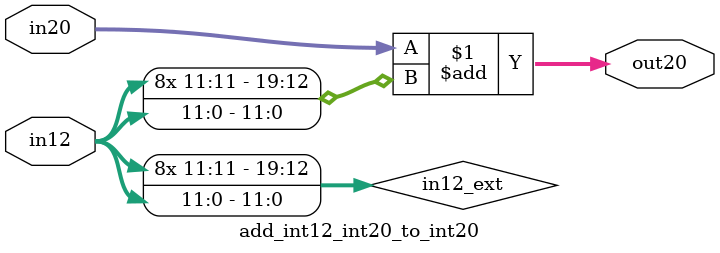
<source format=v>


module add_int12_int20_to_int20 (
    input  wire signed [11:0] in12, // int12
    input  wire signed [19:0] in20,  // int20
    output wire signed [19:0] out20  // int20
);
    wire signed [19:0] in12_ext;

    // Extensión de signo de 12 a 20 bits
    assign in12_ext = {{8{in12[11]}}, in12};

    // Suma; se mantiene en 20 bits (overflow se trunca naturalmente)
    assign out20 = in20 + in12_ext;
endmodule
</source>
